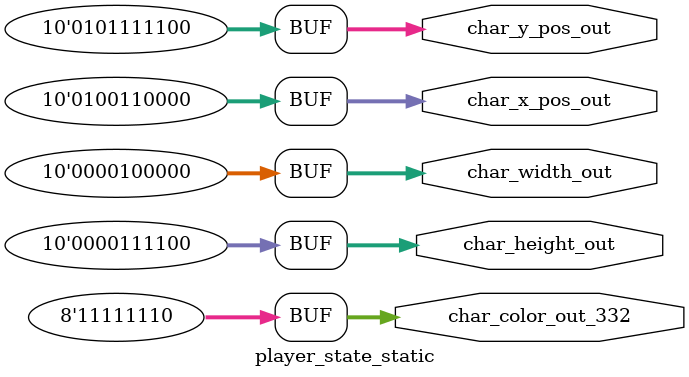
<source format=v>

module player_state_static (
    // Outputs: Character properties
    // These are effectively constants for this static version.
    // We use 'output wire' and assign them using 'localparam' via 'assign'
    // or directly use 'localparam' if the instantiating module can access them.
    // Using output ports is cleaner for module interface.

    output wire [9:0] char_x_pos_out,    // Top-left X position
    output wire [9:0] char_y_pos_out,    // Top-left Y position
    output wire [9:0] char_width_out,    // Width of the character
    output wire [9:0] char_height_out,   // Height of the character
    output wire [7:0] char_color_out_332 // Color in RRRGGGBB format
);

    // --- Define Character Parameters ---

    // Dimensions (example values, can be adjusted)
    localparam P_CHAR_WIDTH  = 10'd32;  // Character width in pixels
    localparam P_CHAR_HEIGHT = 10'd60; // Character height in pixels

    // Position (example values, can be adjusted)
    // Screen is 640x480. (0,0) is top-left.
    // Let's center it horizontally and place it some distance from the bottom.
    localparam SCREEN_WIDTH  = 10'd640;
    localparam SCREEN_HEIGHT = 10'd480;
    localparam FLOOR_OFFSET  = 10'd40;   // How far from the "bottom" of active display

    localparam P_CHAR_X_POS = (SCREEN_WIDTH / 2) - (P_CHAR_WIDTH / 2); // Approx. (640/2)-(32/2) = 320-16 = 304
    localparam P_CHAR_Y_POS = SCREEN_HEIGHT - P_CHAR_HEIGHT - FLOOR_OFFSET; // 480 - 60 - 40 = 380

    // Color (RRRGGGBB format)
    // Example: A light yellow/cream color (R=7, G=7, B=2)
    // RRR = 111
    // GGG = 111
    // BB  = 10
    localparam P_CHAR_COLOR_332 = 8'b11111110;
    // Another option: White (R=7, G=7, B=3) -> 8'b11111111
    // Another option: Bright Green (R=0, G=7, B=0) -> 8'b00011100

    // --- Assign parameters to output ports ---
    assign char_x_pos_out    = P_CHAR_X_POS;
    assign char_y_pos_out    = P_CHAR_Y_POS;
    assign char_width_out    = P_CHAR_WIDTH;
    assign char_height_out   = P_CHAR_HEIGHT;
    assign char_color_out_332 = P_CHAR_COLOR_332;

endmodule
</source>
